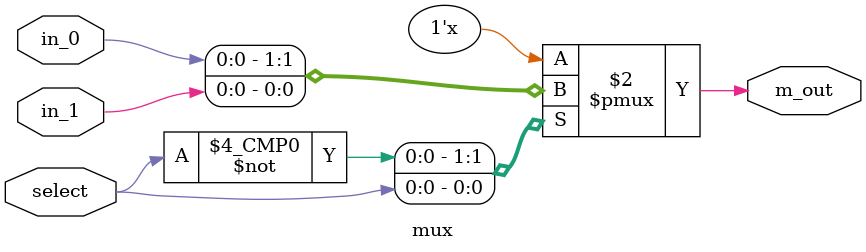
<source format=v>
`timescale 1ns / 1ps
module mux(
 output reg m_out,
 input in_0, in_1,
 input select
);
 always @ (in_0, in_1, select)
	case (select)
		1'b0: m_out = in_0;
		1'b1: m_out = in_1;
	endcase
 endmodule


</source>
